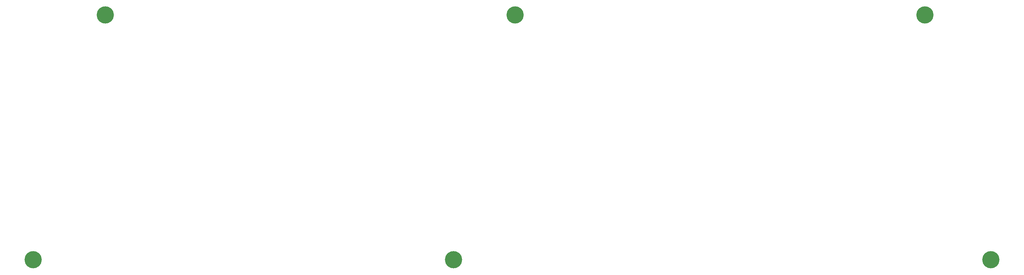
<source format=gbr>
%TF.GenerationSoftware,KiCad,Pcbnew,(5.1.9)-1*%
%TF.CreationDate,2021-04-22T03:29:06+09:00*%
%TF.ProjectId,topplate,746f7070-6c61-4746-952e-6b696361645f,4*%
%TF.SameCoordinates,Original*%
%TF.FileFunction,Copper,L2,Bot*%
%TF.FilePolarity,Positive*%
%FSLAX46Y46*%
G04 Gerber Fmt 4.6, Leading zero omitted, Abs format (unit mm)*
G04 Created by KiCad (PCBNEW (5.1.9)-1) date 2021-04-22 03:29:06*
%MOMM*%
%LPD*%
G01*
G04 APERTURE LIST*
%TA.AperFunction,ComponentPad*%
%ADD10C,4.000000*%
%TD*%
G04 APERTURE END LIST*
D10*
%TO.P,HOLE7,*%
%TO.N,*%
X126775000Y-113400000D03*
%TD*%
%TO.P,HOLE8,*%
%TO.N,*%
X110000000Y-170300000D03*
%TD*%
%TO.P,HOLE9,*%
%TO.N,*%
X317275000Y-113400000D03*
%TD*%
%TO.P,HOLE10,*%
%TO.N,*%
X332650000Y-170300000D03*
%TD*%
%TO.P,HOLE11,*%
%TO.N,*%
X222025000Y-113400000D03*
%TD*%
%TO.P,HOLE12,*%
%TO.N,*%
X207738000Y-170300000D03*
%TD*%
M02*

</source>
